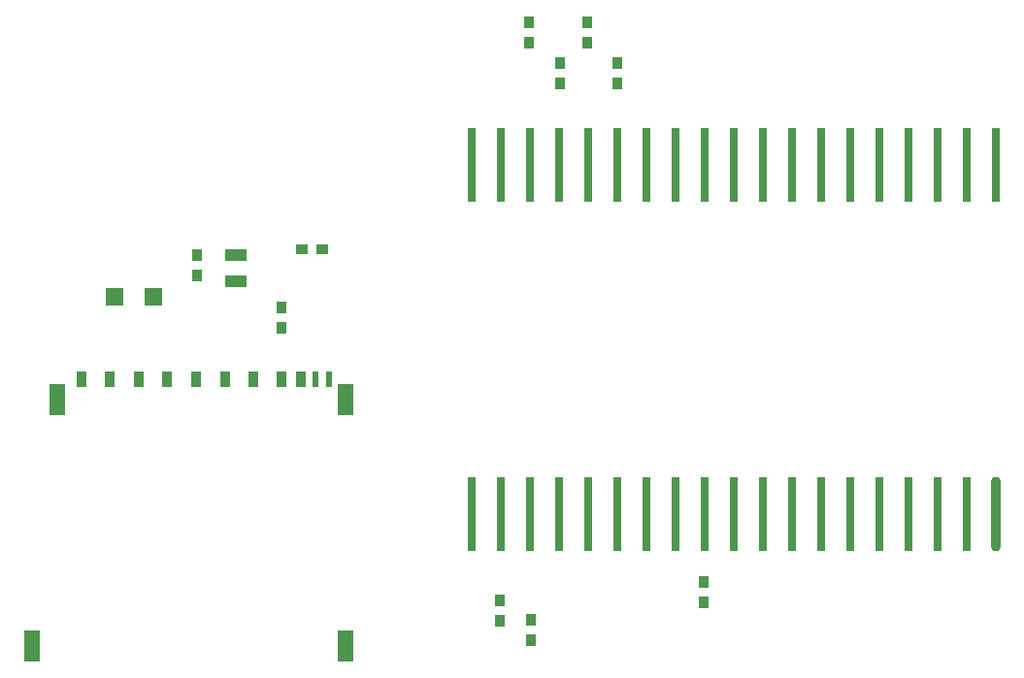
<source format=gbr>
G04 EasyPC Gerber Version 21.0.3 Build 4286 *
%FSLAX35Y35*%
%MOIN*%
%AMT112*0 Rounded Rectangle Pad at angle 0*4,1,48,-0.00167,-0.12800,0.00167,-0.12800,0.00363,-0.12786,0.00556,-0.12744,0.00741,-0.12675,0.00915,-0.12580,0.01072,-0.12462,0.01212,-0.12323,0.01331,-0.12165,0.01425,-0.11992,0.01494,-0.11807,0.01536,-0.11614,0.01550,-0.11417,0.01550,0.11417,0.01536,0.11613,0.01494,0.11806,0.01425,0.11991,0.01330,0.12165,0.01212,0.12322,0.01073,0.12462,0.00915,0.12581,0.00742,0.12675,0.00557,0.12744,0.00364,0.12786,0.00167,0.12800,-0.00167,0.12800,-0.00363,0.12786,-0.00556,0.12744,-0.00741,0.12675,-0.00915,0.12580,-0.01072,0.12462,-0.01212,0.12323,-0.01331,0.12165,-0.01425,0.11992,-0.01494,0.11807,-0.01536,0.11614,-0.01550,0.11417,-0.01550,-0.11417,-0.01536,-0.11613,-0.01494,-0.11806,-0.01425,-0.11991,-0.01330,-0.12165,-0.01212,-0.12322,-0.01073,-0.12462,-0.00915,-0.12581,-0.00742,-0.12675,-0.00557,-0.12744,-0.00364,-0.12786,-0.00167,-0.12800,0*%
%ADD112T112*%
%ADD110R,0.02356X0.05506*%
%ADD113R,0.03100X0.25600*%
%ADD83R,0.03537X0.03891*%
%ADD109R,0.03537X0.05506*%
%ADD111R,0.05506X0.10624*%
%ADD114R,0.05900X0.05900*%
%ADD82R,0.03891X0.03537*%
%ADD115R,0.07474X0.04128*%
X0Y0D02*
D02*
D82*
X140096Y149846D03*
X147096D03*
D02*
D83*
X103911Y141096D03*
Y148096D03*
X132911Y123096D03*
Y130096D03*
X208096Y22341D03*
Y29341D03*
X218096Y221096D03*
Y228096D03*
X218596Y15596D03*
Y22596D03*
X228596Y207096D03*
Y214096D03*
X238096Y221096D03*
Y228096D03*
X248281Y207096D03*
Y214096D03*
X278096Y28596D03*
Y35596D03*
D02*
D109*
X64325Y105270D03*
X74167D03*
X84010D03*
X93852D03*
X103695D03*
X113537D03*
X123380D03*
X132947D03*
X139640D03*
D02*
D110*
X144758D03*
X149482D03*
D02*
D111*
X47494Y13537D03*
X56156Y98183D03*
X154974Y13537D03*
Y98183D03*
D02*
D112*
X378203Y59148D03*
D02*
D113*
X198203D03*
Y179148D03*
X208203Y59148D03*
Y179148D03*
X218203Y59148D03*
Y179148D03*
X228203Y59148D03*
Y179148D03*
X238203Y59148D03*
Y179148D03*
X248203Y59148D03*
Y179148D03*
X258203Y59148D03*
Y179148D03*
X268203Y59148D03*
Y179148D03*
X278203Y59148D03*
Y179148D03*
X288203Y59148D03*
Y179148D03*
X298203Y59148D03*
Y179148D03*
X308203Y59148D03*
Y179148D03*
X318203Y59148D03*
Y179148D03*
X328203Y59148D03*
Y179148D03*
X338203Y59148D03*
Y179148D03*
X348203Y59148D03*
Y179148D03*
X358203Y59148D03*
Y179148D03*
X368203Y59148D03*
Y179148D03*
X378203D03*
D02*
D114*
X75646Y133596D03*
X89046D03*
D02*
D115*
X117346Y139069D03*
Y148124D03*
X0Y0D02*
M02*

</source>
